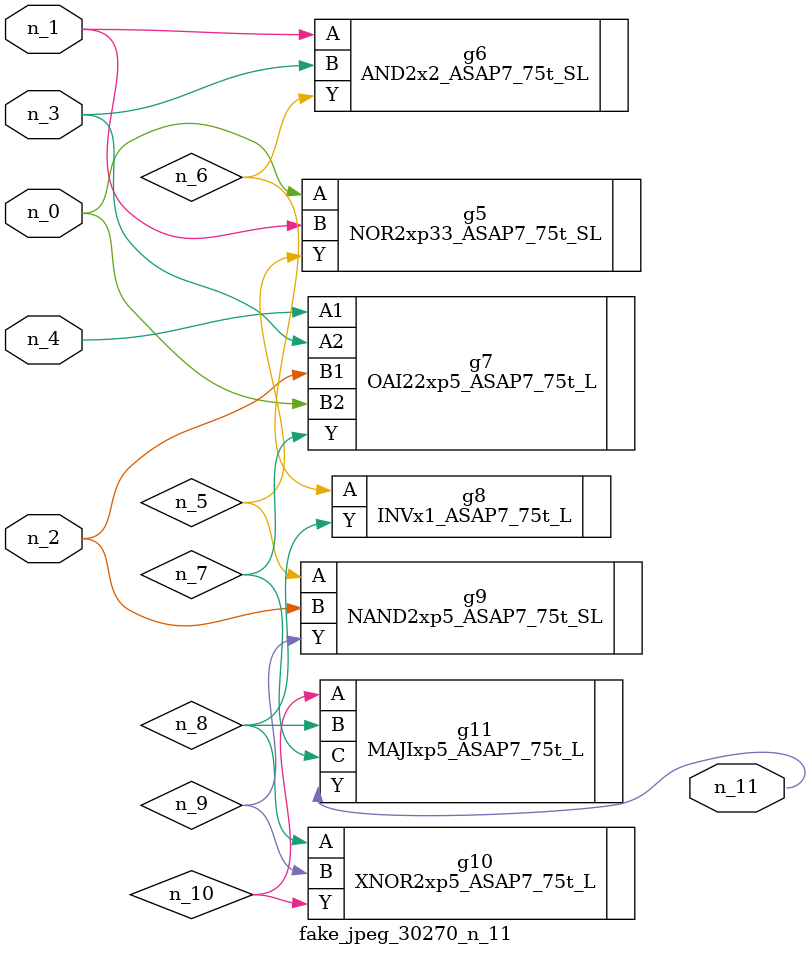
<source format=v>
module fake_jpeg_30270_n_11 (n_3, n_2, n_1, n_0, n_4, n_11);

input n_3;
input n_2;
input n_1;
input n_0;
input n_4;

output n_11;

wire n_10;
wire n_8;
wire n_9;
wire n_6;
wire n_5;
wire n_7;

NOR2xp33_ASAP7_75t_SL g5 ( 
.A(n_0),
.B(n_1),
.Y(n_5)
);

AND2x2_ASAP7_75t_SL g6 ( 
.A(n_1),
.B(n_3),
.Y(n_6)
);

OAI22xp5_ASAP7_75t_L g7 ( 
.A1(n_4),
.A2(n_3),
.B1(n_2),
.B2(n_0),
.Y(n_7)
);

INVx1_ASAP7_75t_L g8 ( 
.A(n_6),
.Y(n_8)
);

XNOR2xp5_ASAP7_75t_L g10 ( 
.A(n_8),
.B(n_9),
.Y(n_10)
);

NAND2xp5_ASAP7_75t_SL g9 ( 
.A(n_5),
.B(n_2),
.Y(n_9)
);

MAJIxp5_ASAP7_75t_L g11 ( 
.A(n_10),
.B(n_8),
.C(n_7),
.Y(n_11)
);


endmodule
</source>
